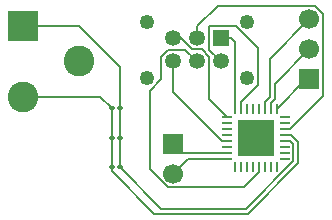
<source format=gbr>
%TF.GenerationSoftware,KiCad,Pcbnew,9.0.3*%
%TF.CreationDate,2025-08-05T13:39:02+02:00*%
%TF.ProjectId,Robotic_arm,526f626f-7469-4635-9f61-726d2e6b6963,rev?*%
%TF.SameCoordinates,Original*%
%TF.FileFunction,Copper,L1,Top*%
%TF.FilePolarity,Positive*%
%FSLAX46Y46*%
G04 Gerber Fmt 4.6, Leading zero omitted, Abs format (unit mm)*
G04 Created by KiCad (PCBNEW 9.0.3) date 2025-08-05 13:39:02*
%MOMM*%
%LPD*%
G01*
G04 APERTURE LIST*
G04 Aperture macros list*
%AMRoundRect*
0 Rectangle with rounded corners*
0 $1 Rounding radius*
0 $2 $3 $4 $5 $6 $7 $8 $9 X,Y pos of 4 corners*
0 Add a 4 corners polygon primitive as box body*
4,1,4,$2,$3,$4,$5,$6,$7,$8,$9,$2,$3,0*
0 Add four circle primitives for the rounded corners*
1,1,$1+$1,$2,$3*
1,1,$1+$1,$4,$5*
1,1,$1+$1,$6,$7*
1,1,$1+$1,$8,$9*
0 Add four rect primitives between the rounded corners*
20,1,$1+$1,$2,$3,$4,$5,0*
20,1,$1+$1,$4,$5,$6,$7,0*
20,1,$1+$1,$6,$7,$8,$9,0*
20,1,$1+$1,$8,$9,$2,$3,0*%
G04 Aperture macros list end*
%TA.AperFunction,ComponentPad*%
%ADD10R,2.600000X2.600000*%
%TD*%
%TA.AperFunction,ComponentPad*%
%ADD11C,2.600000*%
%TD*%
%TA.AperFunction,ComponentPad*%
%ADD12C,1.250000*%
%TD*%
%TA.AperFunction,ComponentPad*%
%ADD13R,1.350000X1.350000*%
%TD*%
%TA.AperFunction,ComponentPad*%
%ADD14C,1.350000*%
%TD*%
%TA.AperFunction,HeatsinkPad*%
%ADD15R,3.100000X3.100000*%
%TD*%
%TA.AperFunction,SMDPad,CuDef*%
%ADD16RoundRect,0.062500X0.062500X0.375000X-0.062500X0.375000X-0.062500X-0.375000X0.062500X-0.375000X0*%
%TD*%
%TA.AperFunction,SMDPad,CuDef*%
%ADD17RoundRect,0.062500X0.375000X0.062500X-0.375000X0.062500X-0.375000X-0.062500X0.375000X-0.062500X0*%
%TD*%
%TA.AperFunction,ComponentPad*%
%ADD18R,1.700000X1.700000*%
%TD*%
%TA.AperFunction,ComponentPad*%
%ADD19C,1.700000*%
%TD*%
%TA.AperFunction,SMDPad,CuDef*%
%ADD20RoundRect,0.100000X0.130000X0.100000X-0.130000X0.100000X-0.130000X-0.100000X0.130000X-0.100000X0*%
%TD*%
%TA.AperFunction,Conductor*%
%ADD21C,0.200000*%
%TD*%
G04 APERTURE END LIST*
D10*
%TO.P,J4,1,Pin_1*%
%TO.N,+5V*%
X132800000Y-75500000D03*
D11*
%TO.P,J4,2,Pin_2*%
%TO.N,GND*%
X132800000Y-81500000D03*
%TO.P,J4,3,Pin_3*%
%TO.N,unconnected-(J4-Pin_3-Pad3)*%
X137500000Y-78500000D03*
%TD*%
D12*
%TO.P,J1,*%
%TO.N,*%
X151750000Y-79892500D03*
X151750000Y-75142500D03*
X143250000Y-79892500D03*
X143250000Y-75142500D03*
D13*
%TO.P,J1,1,MISO*%
%TO.N,/MISO*%
X149500000Y-76517500D03*
D14*
%TO.P,J1,2,VCC*%
%TO.N,+5V*%
X147500000Y-76517500D03*
%TO.P,J1,3,SCK*%
%TO.N,/SCK*%
X145500000Y-76517500D03*
%TO.P,J1,4,MOSI*%
%TO.N,/MOSI*%
X149500000Y-78517500D03*
%TO.P,J1,5,~{RST}*%
%TO.N,Net-(J1-~{RST})*%
X147500000Y-78517500D03*
%TO.P,J1,6,GND*%
%TO.N,GND*%
X145500000Y-78517500D03*
%TD*%
D15*
%TO.P,U2,33,GND*%
%TO.N,GND*%
X152500000Y-85000000D03*
D16*
%TO.P,U2,32,PD2*%
%TO.N,unconnected-(U2-PD2-Pad32)*%
X154250000Y-87437500D03*
%TO.P,U2,31,PD1*%
%TO.N,unconnected-(U2-PD1-Pad31)*%
X153750000Y-87437500D03*
%TO.P,U2,30,PD0*%
%TO.N,unconnected-(U2-PD0-Pad30)*%
X153250000Y-87437500D03*
%TO.P,U2,29,~{RESET}/PC6*%
%TO.N,Net-(J1-~{RST})*%
X152750000Y-87437500D03*
%TO.P,U2,28,PC5*%
%TO.N,unconnected-(U2-PC5-Pad28)*%
X152250000Y-87437500D03*
%TO.P,U2,27,PC4*%
%TO.N,unconnected-(U2-PC4-Pad27)*%
X151750000Y-87437500D03*
%TO.P,U2,26,PC3*%
%TO.N,unconnected-(U2-PC3-Pad26)*%
X151250000Y-87437500D03*
%TO.P,U2,25,PC2*%
%TO.N,unconnected-(U2-PC2-Pad25)*%
X150750000Y-87437500D03*
D17*
%TO.P,U2,24,PC1*%
%TO.N,/A1*%
X150062500Y-86750000D03*
%TO.P,U2,23,PC0*%
%TO.N,/A0*%
X150062500Y-86250000D03*
%TO.P,U2,22,ADC7*%
%TO.N,unconnected-(U2-ADC7-Pad22)*%
X150062500Y-85750000D03*
%TO.P,U2,21,GND*%
%TO.N,GND*%
X150062500Y-85250000D03*
%TO.P,U2,20,AREF*%
%TO.N,unconnected-(U2-AREF-Pad20)*%
X150062500Y-84750000D03*
%TO.P,U2,19,ADC6*%
%TO.N,unconnected-(U2-ADC6-Pad19)*%
X150062500Y-84250000D03*
%TO.P,U2,18,AVCC*%
%TO.N,+5V*%
X150062500Y-83750000D03*
%TO.P,U2,17,PB5*%
%TO.N,/SCK*%
X150062500Y-83250000D03*
D16*
%TO.P,U2,16,PB4*%
%TO.N,/MISO*%
X150750000Y-82562500D03*
%TO.P,U2,15,PB3*%
%TO.N,/MOSI*%
X151250000Y-82562500D03*
%TO.P,U2,14,PB2*%
%TO.N,unconnected-(U2-PB2-Pad14)*%
X151750000Y-82562500D03*
%TO.P,U2,13,PB1*%
%TO.N,unconnected-(U2-PB1-Pad13)*%
X152250000Y-82562500D03*
%TO.P,U2,12,PB0*%
%TO.N,unconnected-(U2-PB0-Pad12)*%
X152750000Y-82562500D03*
%TO.P,U2,11,PD7*%
%TO.N,/D7*%
X153250000Y-82562500D03*
%TO.P,U2,10,PD6*%
%TO.N,/D6*%
X153750000Y-82562500D03*
%TO.P,U2,9,PD5*%
%TO.N,/D5*%
X154250000Y-82562500D03*
D17*
%TO.P,U2,8,XTAL2/PB7*%
%TO.N,unconnected-(U2-XTAL2{slash}PB7-Pad8)*%
X154937500Y-83250000D03*
%TO.P,U2,7,XTAL1/PB6*%
%TO.N,unconnected-(U2-XTAL1{slash}PB6-Pad7)*%
X154937500Y-83750000D03*
%TO.P,U2,6,VCC*%
%TO.N,+5V*%
X154937500Y-84250000D03*
%TO.P,U2,5,GND*%
%TO.N,GND*%
X154937500Y-84750000D03*
%TO.P,U2,4,VCC*%
%TO.N,+5V*%
X154937500Y-85250000D03*
%TO.P,U2,3,GND*%
%TO.N,GND*%
X154937500Y-85750000D03*
%TO.P,U2,2,PD4*%
%TO.N,unconnected-(U2-PD4-Pad2)*%
X154937500Y-86250000D03*
%TO.P,U2,1,PD3*%
%TO.N,unconnected-(U2-PD3-Pad1)*%
X154937500Y-86750000D03*
%TD*%
D18*
%TO.P,J3,1,Pin_1*%
%TO.N,/A0*%
X145500000Y-85500000D03*
D19*
%TO.P,J3,2,Pin_2*%
%TO.N,/A1*%
X145500000Y-88040000D03*
%TD*%
D18*
%TO.P,J2,1,Pin_1*%
%TO.N,/D5*%
X157000000Y-80040000D03*
D19*
%TO.P,J2,2,Pin_2*%
%TO.N,/D6*%
X157000000Y-77500000D03*
%TO.P,J2,3,Pin_3*%
%TO.N,/D7*%
X157000000Y-74960000D03*
%TD*%
D20*
%TO.P,C3,1*%
%TO.N,+5V*%
X140975000Y-82500000D03*
%TO.P,C3,2*%
%TO.N,GND*%
X140335000Y-82500000D03*
%TD*%
%TO.P,C2,1*%
%TO.N,+5V*%
X140975000Y-85000000D03*
%TO.P,C2,2*%
%TO.N,GND*%
X140335000Y-85000000D03*
%TD*%
%TO.P,C1,1*%
%TO.N,+5V*%
X140975000Y-87500000D03*
%TO.P,C1,2*%
%TO.N,GND*%
X140335000Y-87500000D03*
%TD*%
D21*
%TO.N,GND*%
X140335000Y-87500000D02*
X140335000Y-87835000D01*
X140335000Y-87835000D02*
X143901000Y-91401000D01*
X143901000Y-91401000D02*
X151806898Y-91401000D01*
X155457898Y-84750000D02*
X154937500Y-84750000D01*
X151806898Y-91401000D02*
X156077000Y-87130898D01*
X156077000Y-87130898D02*
X156077000Y-85369102D01*
X156077000Y-85369102D02*
X155457898Y-84750000D01*
%TO.N,+5V*%
X140975000Y-87500000D02*
X144475000Y-91000000D01*
X144475000Y-91000000D02*
X151640798Y-91000000D01*
X155676000Y-86964798D02*
X155676000Y-85535202D01*
X151640798Y-91000000D02*
X155676000Y-86964798D01*
X155390798Y-85250000D02*
X154937500Y-85250000D01*
X155676000Y-85535202D02*
X155390798Y-85250000D01*
%TO.N,GND*%
X140335000Y-85000000D02*
X140335000Y-87500000D01*
X140335000Y-82500000D02*
X140335000Y-85000000D01*
X132800000Y-81500000D02*
X139335000Y-81500000D01*
X139335000Y-81500000D02*
X140335000Y-82500000D01*
%TO.N,+5V*%
X140975000Y-85000000D02*
X140975000Y-87500000D01*
X140975000Y-82500000D02*
X140975000Y-85000000D01*
X132800000Y-75500000D02*
X137500000Y-75500000D01*
X137500000Y-75500000D02*
X140975000Y-78975000D01*
X140975000Y-78975000D02*
X140975000Y-82500000D01*
%TO.N,GND*%
X145500000Y-78517500D02*
X145500000Y-81140798D01*
X145500000Y-81140798D02*
X149609202Y-85250000D01*
X149609202Y-85250000D02*
X150062500Y-85250000D01*
%TO.N,+5V*%
X147500000Y-76517500D02*
X147500000Y-75562906D01*
X147500000Y-75562906D02*
X149253906Y-73809000D01*
X158151000Y-81489798D02*
X155390798Y-84250000D01*
X155390798Y-84250000D02*
X154937500Y-84250000D01*
X149253906Y-73809000D02*
X157476760Y-73809000D01*
X157476760Y-73809000D02*
X158151000Y-74483240D01*
X158151000Y-74483240D02*
X158151000Y-81489798D01*
%TO.N,/SCK*%
X145500000Y-76517500D02*
X146119727Y-76517500D01*
X146119727Y-76517500D02*
X147102227Y-77500000D01*
X147102227Y-77500000D02*
X147910773Y-77500000D01*
X147910773Y-77500000D02*
X148524000Y-78113227D01*
X148524000Y-78113227D02*
X148524000Y-81711500D01*
X148524000Y-81711500D02*
X150062500Y-83250000D01*
%TO.N,Net-(J1-~{RST})*%
X147500000Y-78517500D02*
X146524000Y-77541500D01*
X146524000Y-77541500D02*
X145095727Y-77541500D01*
X143500000Y-81000000D02*
X143500000Y-87667760D01*
X145095727Y-77541500D02*
X144500000Y-78137227D01*
X144500000Y-78137227D02*
X144500000Y-80000000D01*
X144500000Y-80000000D02*
X143500000Y-81000000D01*
X143500000Y-87667760D02*
X145023240Y-89191000D01*
X145023240Y-89191000D02*
X151449798Y-89191000D01*
X151449798Y-89191000D02*
X152750000Y-87890798D01*
X152750000Y-87890798D02*
X152750000Y-87437500D01*
%TO.N,/MOSI*%
X149500000Y-78517500D02*
X148524000Y-77541500D01*
X148524000Y-77541500D02*
X148524000Y-75541500D01*
X150839438Y-75541500D02*
X152676000Y-77378062D01*
X151250000Y-81961202D02*
X151250000Y-82562500D01*
X148524000Y-75541500D02*
X150839438Y-75541500D01*
X152676000Y-77378062D02*
X152676000Y-80535202D01*
X152676000Y-80535202D02*
X151250000Y-81961202D01*
%TO.N,/MISO*%
X149500000Y-76517500D02*
X150375000Y-76517500D01*
X150375000Y-76517500D02*
X150750000Y-76892500D01*
X150750000Y-76892500D02*
X150750000Y-82562500D01*
%TO.N,/D5*%
X157000000Y-80040000D02*
X156772500Y-80040000D01*
X156772500Y-80040000D02*
X154250000Y-82562500D01*
%TO.N,/D6*%
X157000000Y-77500000D02*
X154077000Y-80423000D01*
X154077000Y-80423000D02*
X154077000Y-81701302D01*
X154077000Y-81701302D02*
X153750000Y-82028302D01*
X153750000Y-82028302D02*
X153750000Y-82562500D01*
%TO.N,/D7*%
X157000000Y-74960000D02*
X153676000Y-78284000D01*
X153676000Y-78284000D02*
X153676000Y-81535202D01*
X153676000Y-81535202D02*
X153250000Y-81961202D01*
X153250000Y-81961202D02*
X153250000Y-82562500D01*
%TO.N,/A1*%
X145500000Y-88040000D02*
X146790000Y-86750000D01*
X146790000Y-86750000D02*
X150062500Y-86750000D01*
%TO.N,/A0*%
X145500000Y-85500000D02*
X146250000Y-86250000D01*
X146250000Y-86250000D02*
X150062500Y-86250000D01*
%TD*%
M02*

</source>
